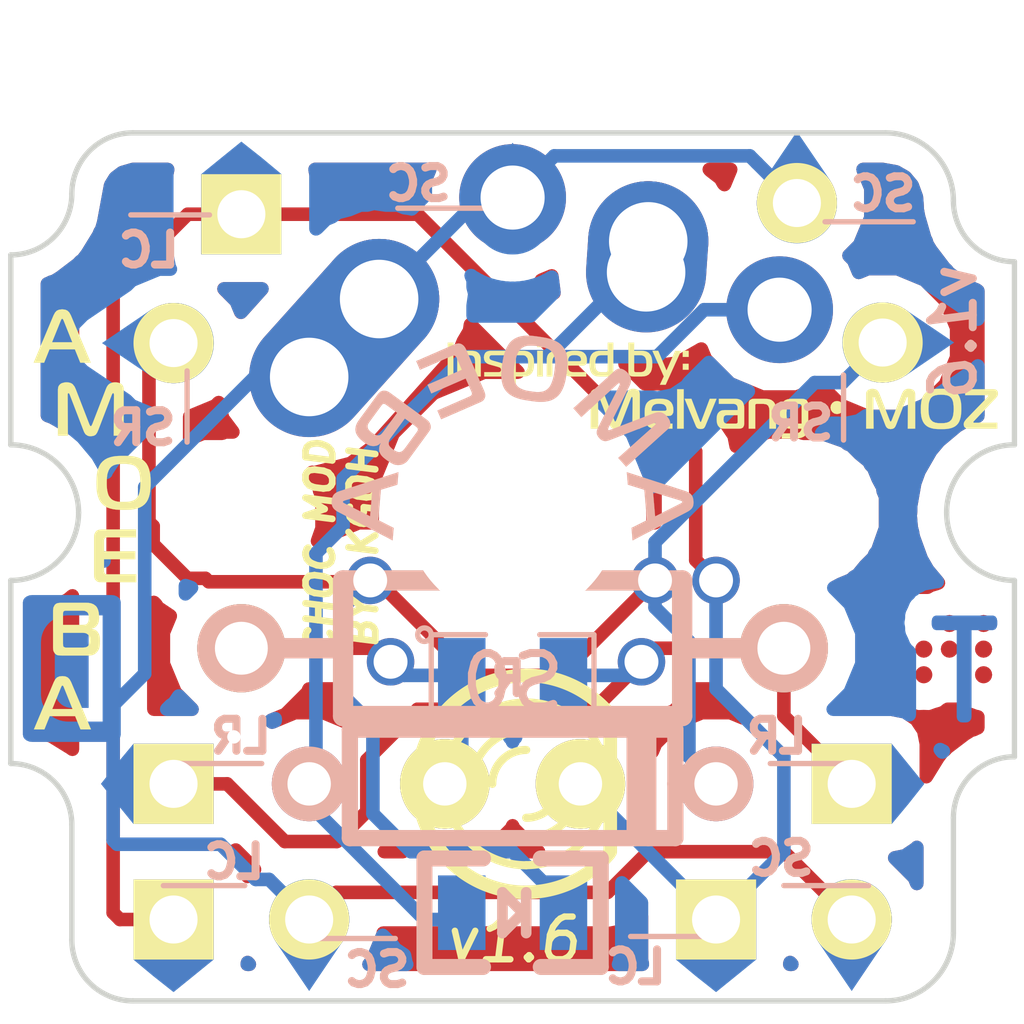
<source format=kicad_pcb>
(kicad_pcb (version 20171130) (host pcbnew 5.1.2)
  (layers (0 F.Cu signal) (31 B.Cu signal) (34 B.Paste user hide) (35 F.Paste user hide) (36 B.SilkS user) (37 F.SilkS user) (38 B.Mask user hide) (39 F.Mask user hide) (44 Edge.Cuts user))
  (net 0 "")
  (net 1 /key/LC0)
  (net 2 /key/LR0)
  (net 3 /key/SC0)
  (net 4 /key/SR0)
  (net 5 /key/led/N-LR0)
  (net 6 /key/switch/N-SD0)
  (module Keebio-Parts:MX-Alps-Choc-1U-NoLED (layer F.Cu) (at 248.92 110.49)
    (fp_text reference S0 (at 0 3.175) (layer B.SilkS) (effects (justify mirror)))
    (fp_text value MX1A)
    (pad "" np_thru_hole circle (at -5.22 4.2 48.1) (size 0.25 0.25) (drill 0.25) (layers *.Cu *.Mask))
    (pad "" np_thru_hole circle (at 5.5 0 48.1) (size 1.7 1.7) (drill 1.7) (layers *.Cu *.Mask))
    (pad "" np_thru_hole circle (at -5.5 0 48.1) (size 1.7 1.7) (drill 1.7) (layers *.Cu *.Mask))
    (pad 2 thru_hole circle (at 0 -5.9) (size 2 2) (drill 1.2) (layers *.Cu *.Mask) (net 3 /key/SC0))
    (pad 1 thru_hole circle (at 5 -3.8) (size 2 2) (drill 1.2) (layers *.Cu *.Mask) (net 6 /key/switch/N-SD0))
    (pad "" np_thru_hole circle (at 5.08 0 48.0996) (size 1.75 1.75) (drill 1.75) (layers *.Cu *.Mask))
    (pad "" np_thru_hole circle (at -5.08 0 48.0996) (size 1.75 1.75) (drill 1.75) (layers *.Cu *.Mask))
    (pad 2 thru_hole circle (at -2.5 -4) (size 2.25 2.25) (drill 1.47) (layers *.Cu *.Mask) (net 3 /key/SC0))
    (pad "" np_thru_hole circle (at 0 0) (size 3.9878 3.9878) (drill 3.9878) (layers *.Cu *.Mask))
    (pad 2 thru_hole oval (at -3.81 -2.54 48.1) (size 4.211556 2.25) (drill 1.47 (offset 0.980778 0)) (layers *.Cu *.Mask) (net 3 /key/SC0))
    (pad 1 thru_hole circle (at 2.54 -5.08) (size 2.25 2.25) (drill 1.47) (layers *.Cu *.Mask) (net 6 /key/switch/N-SD0))
    (pad 1 thru_hole oval (at 2.5 -4.5 86.1) (size 2.831378 2.25) (drill 1.47 (offset 0.290689 0)) (layers *.Cu *.Mask) (net 6 /key/switch/N-SD0))
  )
  (module RESISTOR (layer B.Cu) (at 248.92 113.03)
    (fp_text reference R0 hide)
    (fp_text value RESISTOR hide)
    (pad 1 thru_hole circle (at -5.08 0) (size 1.651 1.651) (drill 0.9906) (layers *.Cu *.SilkS *.Mask) (net 5 /key/led/N-LR0))
    (pad 2 thru_hole circle (at 5.08 0) (size 1.651 1.651) (drill 0.9906) (layers *.Cu *.SilkS *.Mask) (net 2 /key/LR0))
  )
  (module Pad (layer F.Cu) (at 243.84 104.902)
    (fp_text reference LC0:0 hide)
    (fp_text value CONN_1 hide)
    (pad 1 thru_hole rect (at 0 0) (size 1.5 1.5) (drill 0.9) (layers *.Cu *.Mask F.SilkS) (net 1 /key/LC0))
  )
  (module Pad (layer F.Cu) (at 242.57 115.57)
    (fp_text reference LR0:0 hide)
    (fp_text value CONN_1 hide)
    (pad 1 thru_hole rect (at 0 0) (size 1.5 1.5) (drill 0.9) (layers *.Cu *.Mask F.SilkS) (net 2 /key/LR0))
  )
  (module Pad (layer F.Cu) (at 241.935 107.696)
    (fp_text reference SR0:0 hide)
    (fp_text value CONN_1 hide)
    (pad 1 thru_hole circle (at 0.635 -0.381) (size 1.5 1.5) (drill 0.9) (layers *.Cu *.Mask F.SilkS) (net 4 /key/SR0))
  )
  (module Pad (layer F.Cu) (at 242.57 118.11)
    (fp_text reference LC0:1 hide)
    (fp_text value CONN_1 hide)
    (pad 1 thru_hole rect (at 0 0) (size 1.5 1.5) (drill 0.9) (layers *.Cu *.Mask F.SilkS) (net 1 /key/LC0))
  )
  (module Pad (layer F.Cu) (at 254.244 104.692)
    (fp_text reference SC0:1 hide)
    (fp_text value CONN_1 hide)
    (pad 1 thru_hole circle (at 0 0) (size 1.5 1.5) (drill 0.9) (layers *.Cu *.Mask F.SilkS) (net 3 /key/SC0))
  )
  (module Pad (layer F.Cu) (at 256.485 107.686)
    (fp_text reference SR0:1 hide)
    (fp_text value CONN_1 hide)
    (pad 1 thru_hole circle (at -0.635 -0.381) (size 1.5 1.5) (drill 0.9) (layers *.Cu *.Mask F.SilkS) (net 4 /key/SR0))
  )
  (module Pad (layer F.Cu) (at 255.27 115.57)
    (fp_text reference LR0:1 hide)
    (fp_text value CONN_1 hide)
    (pad 1 thru_hole rect (at 0 0) (size 1.5 1.5) (drill 0.9) (layers *.Cu *.Mask F.SilkS) (net 2 /key/LR0))
  )
  (module D3 (layer B.Cu) (at 248.92 115.57)
    (fp_text reference D0 hide)
    (fp_text value DIODE hide)
    (pad 2 thru_hole circle (at 3.81 0) (size 1.397 1.397) (drill 0.8128) (layers *.Cu *.Mask B.SilkS) (net 4 /key/SR0))
    (pad 1 thru_hole circle (at -3.81 0) (size 1.397 1.397) (drill 0.8128) (layers *.Cu *.Mask B.SilkS) (net 6 /key/switch/N-SD0))
  )
  (module Pad (layer F.Cu) (at 245.11 118.11)
    (fp_text reference SC0:2 hide)
    (fp_text value CONN_1 hide)
    (pad 1 thru_hole circle (at 0 0) (size 1.5 1.5) (drill 0.9) (layers *.Cu *.Mask F.SilkS) (net 3 /key/SC0))
  )
  (module Pad (layer F.Cu) (at 252.73 118.11)
    (fp_text reference LC0:2 hide)
    (fp_text value CONN_1 hide)
    (pad 1 thru_hole rect (at 0 0) (size 1.5 1.5) (drill 0.9) (layers *.Cu *.Mask F.SilkS) (net 1 /key/LC0))
  )
  (module SM0805D (layer B.Cu) (at 248.92 117.983)
    (fp_text reference D1 hide)
    (fp_text value DIODE hide)
    (pad 1 smd rect (at -0.9525 0) (size 0.889 1.397) (layers B.Cu B.Paste B.Mask) (net 6 /key/switch/N-SD0))
    (pad 2 smd rect (at 0.9525 0) (size 0.889 1.397) (layers B.Cu B.Paste B.Mask) (net 4 /key/SR0))
  )
  (module SM0805 (layer B.Cu) (at 248.92 113.538)
    (fp_text reference R1 hide)
    (fp_text value RESISTOR hide)
    (pad 1 smd rect (at -0.9525 0) (size 0.889 1.397) (layers B.Cu B.Paste B.Mask) (net 5 /key/led/N-LR0))
    (pad 2 smd rect (at 0.9525 0) (size 0.889 1.397) (layers B.Cu B.Paste B.Mask) (net 2 /key/LR0))
  )
  (module LED-3MM (layer F.Cu) (at 248.92 115.57)
    (fp_text reference LED0 hide)
    (fp_text value LED hide)
    (pad 1 thru_hole circle (at -1.27 0) (size 1.6764 1.6764) (drill 0.8128) (layers *.Cu *.Mask F.SilkS) (net 5 /key/led/N-LR0))
    (pad 2 thru_hole circle (at 1.27 0) (size 1.6764 1.6764) (drill 0.8128) (layers *.Cu *.Mask F.SilkS) (net 1 /key/LC0))
  )
  (module Pad (layer F.Cu) (at 255.27 118.11)
    (fp_text reference SC0:3 hide)
    (fp_text value CONN_1 hide)
    (pad 1 thru_hole circle (at 0 0) (size 1.5 1.5) (drill 0.9) (layers *.Cu *.Mask F.SilkS) (net 3 /key/SC0))
  )
  (module amoeba-vertical (layer F.Cu) (at 241.046 110.617)
    (fp_text reference amoeba-vertical hide)
    (fp_text value G*** hide)
  )
  (module amoeba-round-rev (layer F.Cu) (at 248.92 109.093)
    (fp_text reference amoeba-round-rev hide)
    (fp_text value G*** hide)
  )
  (module dt-logo-d-rev (layer F.Cu) (at 240.665 113.284)
    (fp_text reference dt-logo-d-rev hide)
    (fp_text value G*** hide)
    (fp_poly (pts (xy 0.313017 -0.613454) (xy 0.313017 0.863239) (xy -0.000215 0.863239) (xy -0.05385 0.858948) (xy -0.102299 0.846858) (xy -0.14742 0.827598) (xy -0.188579 0.801817) (xy -0.225143 0.770164) (xy -0.256479 0.733291) (xy -0.281954 0.691845) (xy -0.300934 0.646478) (xy -0.312787 0.597838) (xy -0.316879 0.546575) (xy -0.316879 -0.296575) (xy -0.312711 -0.347451) (xy -0.300668 -0.395126) (xy -0.28144 -0.439236) (xy -0.255717 -0.479413) (xy -0.22419 -0.515292) (xy -0.18755 -0.546509) (xy -0.146486 -0.572696) (xy -0.101689 -0.593488) (xy -0.05385 -0.608519) (xy -0.000215 -0.613454) (xy 0.313017 -0.613454)) (layer B.Cu) (width 0.00254))
    (fp_poly (pts (xy 0.739526 -1.25) (xy 0.578191 -0.870261) (xy 0.065006 -0.870261) (xy -0.065435 -0.870261) (xy -0.07273 -0.870261) (xy -0.124618 -0.86766) (xy -0.17497 -0.860024) (xy -0.223536 -0.847602) (xy -0.270066 -0.830645) (xy -0.314309 -0.809403) (xy -0.356016 -0.784125) (xy -0.394937 -0.755062) (xy -0.430822 -0.722462) (xy -0.463421 -0.686577) (xy -0.492485 -0.647656) (xy -0.517762 -0.605949) (xy -0.539005 -0.561706) (xy -0.555962 -0.515177) (xy -0.568383 -0.466611) (xy -0.576019 -0.416259) (xy -0.57862 -0.36437) (xy -0.57862 0.613941) (xy -0.576019 0.665835) (xy -0.568383 0.7162) (xy -0.555962 0.764787) (xy -0.539005 0.811344) (xy -0.517762 0.85562) (xy -0.492485 0.897363) (xy -0.463421 0.936323) (xy -0.430822 0.972248) (xy -0.394937 1.004887) (xy -0.356016 1.033989) (xy -0.314309 1.059303) (xy -0.270066 1.080578) (xy -0.223536 1.097562) (xy -0.17497 1.110005) (xy -0.124618 1.117655) (xy -0.07273 1.120261) (xy -0.065435 1.120261) (xy 0.065006 1.120261) (xy 0.578191 1.120261) (xy 0.578191 -0.870261) (xy 0.739526 -1.25) (xy 0.795224 -1.24325) (xy 0.843528 -1.224429) (xy 0.881576 -1.195682) (xy 0.906505 -1.159152) (xy 0.915451 -1.116984) (xy 0.915451 1.366555) (xy 0.906505 1.408767) (xy 0.881576 1.445404) (xy 0.843528 1.474278) (xy 0.795224 1.493205) (xy 0.739526 1.5) (xy -0.739526 1.5) (xy -0.795224 1.493205) (xy -0.843528 1.474278) (xy -0.881576 1.445404) (xy -0.906505 1.408767) (xy -0.915451 1.366555) (xy -0.915451 -1.116984) (xy -0.906505 -1.159152) (xy -0.881576 -1.195682) (xy -0.843528 -1.224429) (xy -0.795224 -1.24325) (xy -0.739526 -1.25) (xy 0.739526 -1.25)) (layer B.Cu) (width 0.00254))
  )
  (module labels-melvang-moz (layer F.Cu) (at 252.857 108.204)
    (fp_text reference labels-melvang-moz hide)
    (fp_text value G*** hide)
  )
  (module pad-arrow-round (layer B.Cu) (at 254.244 104.3999 90)
    (fp_text reference pad-arrow-round hide)
    (fp_text value G*** hide)
    (fp_poly (pts (xy -0.295451 -0.749653) (xy -0.346799 -0.747924) (xy -0.397215 -0.742813) (xy -0.446588 -0.73443) (xy -0.494805 -0.722888) (xy -0.541757 -0.708297) (xy -0.587331 -0.690768) (xy -0.631416 -0.670414) (xy -0.673901 -0.647346) (xy -0.714674 -0.621674) (xy -0.753623 -0.593511) (xy -0.790639 -0.562968) (xy -0.825608 -0.530156) (xy -0.85842 -0.495187) (xy -0.888963 -0.458172) (xy -0.917126 -0.419222) (xy -0.942797 -0.378449) (xy -0.965866 -0.335965) (xy -0.98622 -0.291879) (xy -1.003748 -0.246305) (xy -1.018339 -0.199354) (xy -1.029882 -0.151136) (xy -1.038264 -0.101764) (xy -1.043376 -0.051348) (xy -1.045104 0) (xy -1.043376 0.051348) (xy -1.038264 0.101764) (xy -1.029882 0.151136) (xy -1.018339 0.199354) (xy -1.003748 0.246306) (xy -0.98622 0.29188) (xy -0.965866 0.335965) (xy -0.942797 0.378449) (xy -0.917126 0.419222) (xy -0.888963 0.458172) (xy -0.85842 0.495187) (xy -0.825608 0.530156) (xy -0.790639 0.562968) (xy -0.753623 0.593511) (xy -0.714674 0.621674) (xy -0.673901 0.647346) (xy -0.631416 0.670414) (xy -0.587331 0.690768) (xy -0.541757 0.708297) (xy -0.494805 0.722888) (xy -0.446588 0.73443) (xy -0.397215 0.742813) (xy -0.346799 0.747924) (xy -0.295451 0.749653) (xy -0.24372 0.747823) (xy -0.193112 0.742433) (xy -0.143684 0.733635) (xy -0.095493 0.72158) (xy -0.048594 0.70642) (xy -0.003044 0.688306) (xy 0.041101 0.667388) (xy 0.083785 0.643819) (xy 0.136701 0.617361) (xy 1.045104 0) (xy 0.136701 -0.612951) (xy 0.108311 -0.630069) (xy 0.083785 -0.643819) (xy 0.040974 -0.667677) (xy -0.003139 -0.68873) (xy -0.04856 -0.706862) (xy -0.095293 -0.721957) (xy -0.143344 -0.7339) (xy -0.192717 -0.742574) (xy -0.243418 -0.747864) (xy -0.295451 -0.749653)) (layer B.Cu) (width 0.00254))
  )
  (module pad-arrow-round (layer B.Cu) (at 248.92 104.6099 90)
    (fp_text reference pad-arrow-round hide)
    (fp_text value G*** hide)
    (fp_poly (pts (xy -0.295451 -0.749653) (xy -0.346799 -0.747924) (xy -0.397215 -0.742813) (xy -0.446588 -0.73443) (xy -0.494805 -0.722888) (xy -0.541757 -0.708297) (xy -0.587331 -0.690768) (xy -0.631416 -0.670414) (xy -0.673901 -0.647346) (xy -0.714674 -0.621674) (xy -0.753623 -0.593511) (xy -0.790639 -0.562968) (xy -0.825608 -0.530156) (xy -0.85842 -0.495187) (xy -0.888963 -0.458172) (xy -0.917126 -0.419222) (xy -0.942797 -0.378449) (xy -0.965866 -0.335965) (xy -0.98622 -0.291879) (xy -1.003748 -0.246305) (xy -1.018339 -0.199354) (xy -1.029882 -0.151136) (xy -1.038264 -0.101764) (xy -1.043376 -0.051348) (xy -1.045104 0) (xy -1.043376 0.051348) (xy -1.038264 0.101764) (xy -1.029882 0.151136) (xy -1.018339 0.199354) (xy -1.003748 0.246306) (xy -0.98622 0.29188) (xy -0.965866 0.335965) (xy -0.942797 0.378449) (xy -0.917126 0.419222) (xy -0.888963 0.458172) (xy -0.85842 0.495187) (xy -0.825608 0.530156) (xy -0.790639 0.562968) (xy -0.753623 0.593511) (xy -0.714674 0.621674) (xy -0.673901 0.647346) (xy -0.631416 0.670414) (xy -0.587331 0.690768) (xy -0.541757 0.708297) (xy -0.494805 0.722888) (xy -0.446588 0.73443) (xy -0.397215 0.742813) (xy -0.346799 0.747924) (xy -0.295451 0.749653) (xy -0.24372 0.747823) (xy -0.193112 0.742433) (xy -0.143684 0.733635) (xy -0.095493 0.72158) (xy -0.048594 0.70642) (xy -0.003044 0.688306) (xy 0.041101 0.667388) (xy 0.083785 0.643819) (xy 0.136701 0.617361) (xy 1.045104 0) (xy 0.136701 -0.612951) (xy 0.108311 -0.630069) (xy 0.083785 -0.643819) (xy 0.040974 -0.667677) (xy -0.003139 -0.68873) (xy -0.04856 -0.706862) (xy -0.095293 -0.721957) (xy -0.143344 -0.7339) (xy -0.192717 -0.742574) (xy -0.243418 -0.747864) (xy -0.295451 -0.749653)) (layer B.Cu) (width 0.00254))
  )
  (module pad-arrow-square (layer B.Cu) (at 243.84 104.5972 90)
    (fp_text reference pad-arrow-square hide)
    (fp_text value G*** hide)
    (fp_poly (pts (xy -1.053924 -0.749653) (xy -1.053924 0.749653) (xy 0.445382 0.749653) (xy 0.754063 0.379236) (xy 1.053924 0) (xy 0.754063 -0.370417) (xy 0.445382 -0.749653) (xy -1.053924 -0.749653)) (layer B.Cu) (width 0.00254))
  )
  (module pad-arrow-round (layer B.Cu) (at 242.2779 107.315 180)
    (fp_text reference pad-arrow-round hide)
    (fp_text value G*** hide)
    (fp_poly (pts (xy -0.295451 -0.749653) (xy -0.346799 -0.747924) (xy -0.397215 -0.742813) (xy -0.446588 -0.73443) (xy -0.494805 -0.722888) (xy -0.541757 -0.708297) (xy -0.587331 -0.690768) (xy -0.631416 -0.670414) (xy -0.673901 -0.647346) (xy -0.714674 -0.621674) (xy -0.753623 -0.593511) (xy -0.790639 -0.562968) (xy -0.825608 -0.530156) (xy -0.85842 -0.495187) (xy -0.888963 -0.458172) (xy -0.917126 -0.419222) (xy -0.942797 -0.378449) (xy -0.965866 -0.335965) (xy -0.98622 -0.291879) (xy -1.003748 -0.246305) (xy -1.018339 -0.199354) (xy -1.029882 -0.151136) (xy -1.038264 -0.101764) (xy -1.043376 -0.051348) (xy -1.045104 0) (xy -1.043376 0.051348) (xy -1.038264 0.101764) (xy -1.029882 0.151136) (xy -1.018339 0.199354) (xy -1.003748 0.246306) (xy -0.98622 0.29188) (xy -0.965866 0.335965) (xy -0.942797 0.378449) (xy -0.917126 0.419222) (xy -0.888963 0.458172) (xy -0.85842 0.495187) (xy -0.825608 0.530156) (xy -0.790639 0.562968) (xy -0.753623 0.593511) (xy -0.714674 0.621674) (xy -0.673901 0.647346) (xy -0.631416 0.670414) (xy -0.587331 0.690768) (xy -0.541757 0.708297) (xy -0.494805 0.722888) (xy -0.446588 0.73443) (xy -0.397215 0.742813) (xy -0.346799 0.747924) (xy -0.295451 0.749653) (xy -0.24372 0.747823) (xy -0.193112 0.742433) (xy -0.143684 0.733635) (xy -0.095493 0.72158) (xy -0.048594 0.70642) (xy -0.003044 0.688306) (xy 0.041101 0.667388) (xy 0.083785 0.643819) (xy 0.136701 0.617361) (xy 1.045104 0) (xy 0.136701 -0.612951) (xy 0.108311 -0.630069) (xy 0.083785 -0.643819) (xy 0.040974 -0.667677) (xy -0.003139 -0.68873) (xy -0.04856 -0.706862) (xy -0.095293 -0.721957) (xy -0.143344 -0.7339) (xy -0.192717 -0.742574) (xy -0.243418 -0.747864) (xy -0.295451 -0.749653)) (layer B.Cu) (width 0.00254))
  )
  (module pad-arrow-square (layer B.Cu) (at 242.2652 115.57 180)
    (fp_text reference pad-arrow-square hide)
    (fp_text value G*** hide)
    (fp_poly (pts (xy -1.053924 -0.749653) (xy -1.053924 0.749653) (xy 0.445382 0.749653) (xy 0.754063 0.379236) (xy 1.053924 0) (xy 0.754063 -0.370417) (xy 0.445382 -0.749653) (xy -1.053924 -0.749653)) (layer B.Cu) (width 0.00254))
  )
  (module pad-arrow-square (layer B.Cu) (at 242.57 118.4148 270)
    (fp_text reference pad-arrow-square hide)
    (fp_text value G*** hide)
    (fp_poly (pts (xy -1.053924 -0.749653) (xy -1.053924 0.749653) (xy 0.445382 0.749653) (xy 0.754063 0.379236) (xy 1.053924 0) (xy 0.754063 -0.370417) (xy 0.445382 -0.749653) (xy -1.053924 -0.749653)) (layer B.Cu) (width 0.00254))
  )
  (module pad-arrow-round (layer B.Cu) (at 245.11 118.4021 270)
    (fp_text reference pad-arrow-round hide)
    (fp_text value G*** hide)
    (fp_poly (pts (xy -0.295451 -0.749653) (xy -0.346799 -0.747924) (xy -0.397215 -0.742813) (xy -0.446588 -0.73443) (xy -0.494805 -0.722888) (xy -0.541757 -0.708297) (xy -0.587331 -0.690768) (xy -0.631416 -0.670414) (xy -0.673901 -0.647346) (xy -0.714674 -0.621674) (xy -0.753623 -0.593511) (xy -0.790639 -0.562968) (xy -0.825608 -0.530156) (xy -0.85842 -0.495187) (xy -0.888963 -0.458172) (xy -0.917126 -0.419222) (xy -0.942797 -0.378449) (xy -0.965866 -0.335965) (xy -0.98622 -0.291879) (xy -1.003748 -0.246305) (xy -1.018339 -0.199354) (xy -1.029882 -0.151136) (xy -1.038264 -0.101764) (xy -1.043376 -0.051348) (xy -1.045104 0) (xy -1.043376 0.051348) (xy -1.038264 0.101764) (xy -1.029882 0.151136) (xy -1.018339 0.199354) (xy -1.003748 0.246306) (xy -0.98622 0.29188) (xy -0.965866 0.335965) (xy -0.942797 0.378449) (xy -0.917126 0.419222) (xy -0.888963 0.458172) (xy -0.85842 0.495187) (xy -0.825608 0.530156) (xy -0.790639 0.562968) (xy -0.753623 0.593511) (xy -0.714674 0.621674) (xy -0.673901 0.647346) (xy -0.631416 0.670414) (xy -0.587331 0.690768) (xy -0.541757 0.708297) (xy -0.494805 0.722888) (xy -0.446588 0.73443) (xy -0.397215 0.742813) (xy -0.346799 0.747924) (xy -0.295451 0.749653) (xy -0.24372 0.747823) (xy -0.193112 0.742433) (xy -0.143684 0.733635) (xy -0.095493 0.72158) (xy -0.048594 0.70642) (xy -0.003044 0.688306) (xy 0.041101 0.667388) (xy 0.083785 0.643819) (xy 0.136701 0.617361) (xy 1.045104 0) (xy 0.136701 -0.612951) (xy 0.108311 -0.630069) (xy 0.083785 -0.643819) (xy 0.040974 -0.667677) (xy -0.003139 -0.68873) (xy -0.04856 -0.706862) (xy -0.095293 -0.721957) (xy -0.143344 -0.7339) (xy -0.192717 -0.742574) (xy -0.243418 -0.747864) (xy -0.295451 -0.749653)) (layer B.Cu) (width 0.00254))
  )
  (module pad-arrow-square (layer B.Cu) (at 252.73 118.4148 270)
    (fp_text reference pad-arrow-square hide)
    (fp_text value G*** hide)
    (fp_poly (pts (xy -1.053924 -0.749653) (xy -1.053924 0.749653) (xy 0.445382 0.749653) (xy 0.754063 0.379236) (xy 1.053924 0) (xy 0.754063 -0.370417) (xy 0.445382 -0.749653) (xy -1.053924 -0.749653)) (layer B.Cu) (width 0.00254))
  )
  (module pad-arrow-round (layer B.Cu) (at 255.27 118.4021 270)
    (fp_text reference pad-arrow-round hide)
    (fp_text value G*** hide)
    (fp_poly (pts (xy -0.295451 -0.749653) (xy -0.346799 -0.747924) (xy -0.397215 -0.742813) (xy -0.446588 -0.73443) (xy -0.494805 -0.722888) (xy -0.541757 -0.708297) (xy -0.587331 -0.690768) (xy -0.631416 -0.670414) (xy -0.673901 -0.647346) (xy -0.714674 -0.621674) (xy -0.753623 -0.593511) (xy -0.790639 -0.562968) (xy -0.825608 -0.530156) (xy -0.85842 -0.495187) (xy -0.888963 -0.458172) (xy -0.917126 -0.419222) (xy -0.942797 -0.378449) (xy -0.965866 -0.335965) (xy -0.98622 -0.291879) (xy -1.003748 -0.246305) (xy -1.018339 -0.199354) (xy -1.029882 -0.151136) (xy -1.038264 -0.101764) (xy -1.043376 -0.051348) (xy -1.045104 0) (xy -1.043376 0.051348) (xy -1.038264 0.101764) (xy -1.029882 0.151136) (xy -1.018339 0.199354) (xy -1.003748 0.246306) (xy -0.98622 0.29188) (xy -0.965866 0.335965) (xy -0.942797 0.378449) (xy -0.917126 0.419222) (xy -0.888963 0.458172) (xy -0.85842 0.495187) (xy -0.825608 0.530156) (xy -0.790639 0.562968) (xy -0.753623 0.593511) (xy -0.714674 0.621674) (xy -0.673901 0.647346) (xy -0.631416 0.670414) (xy -0.587331 0.690768) (xy -0.541757 0.708297) (xy -0.494805 0.722888) (xy -0.446588 0.73443) (xy -0.397215 0.742813) (xy -0.346799 0.747924) (xy -0.295451 0.749653) (xy -0.24372 0.747823) (xy -0.193112 0.742433) (xy -0.143684 0.733635) (xy -0.095493 0.72158) (xy -0.048594 0.70642) (xy -0.003044 0.688306) (xy 0.041101 0.667388) (xy 0.083785 0.643819) (xy 0.136701 0.617361) (xy 1.045104 0) (xy 0.136701 -0.612951) (xy 0.108311 -0.630069) (xy 0.083785 -0.643819) (xy 0.040974 -0.667677) (xy -0.003139 -0.68873) (xy -0.04856 -0.706862) (xy -0.095293 -0.721957) (xy -0.143344 -0.7339) (xy -0.192717 -0.742574) (xy -0.243418 -0.747864) (xy -0.295451 -0.749653)) (layer B.Cu) (width 0.00254))
  )
  (module pad-arrow-square (layer B.Cu) (at 255.5748 115.57)
    (fp_text reference pad-arrow-square hide)
    (fp_text value G*** hide)
    (fp_poly (pts (xy -1.053924 -0.749653) (xy -1.053924 0.749653) (xy 0.445382 0.749653) (xy 0.754063 0.379236) (xy 1.053924 0) (xy 0.754063 -0.370417) (xy 0.445382 -0.749653) (xy -1.053924 -0.749653)) (layer B.Cu) (width 0.00254))
  )
  (module pad-arrow-round (layer B.Cu) (at 256.1421 107.305)
    (fp_text reference pad-arrow-round hide)
    (fp_text value G*** hide)
    (fp_poly (pts (xy -0.295451 -0.749653) (xy -0.346799 -0.747924) (xy -0.397215 -0.742813) (xy -0.446588 -0.73443) (xy -0.494805 -0.722888) (xy -0.541757 -0.708297) (xy -0.587331 -0.690768) (xy -0.631416 -0.670414) (xy -0.673901 -0.647346) (xy -0.714674 -0.621674) (xy -0.753623 -0.593511) (xy -0.790639 -0.562968) (xy -0.825608 -0.530156) (xy -0.85842 -0.495187) (xy -0.888963 -0.458172) (xy -0.917126 -0.419222) (xy -0.942797 -0.378449) (xy -0.965866 -0.335965) (xy -0.98622 -0.291879) (xy -1.003748 -0.246305) (xy -1.018339 -0.199354) (xy -1.029882 -0.151136) (xy -1.038264 -0.101764) (xy -1.043376 -0.051348) (xy -1.045104 0) (xy -1.043376 0.051348) (xy -1.038264 0.101764) (xy -1.029882 0.151136) (xy -1.018339 0.199354) (xy -1.003748 0.246306) (xy -0.98622 0.29188) (xy -0.965866 0.335965) (xy -0.942797 0.378449) (xy -0.917126 0.419222) (xy -0.888963 0.458172) (xy -0.85842 0.495187) (xy -0.825608 0.530156) (xy -0.790639 0.562968) (xy -0.753623 0.593511) (xy -0.714674 0.621674) (xy -0.673901 0.647346) (xy -0.631416 0.670414) (xy -0.587331 0.690768) (xy -0.541757 0.708297) (xy -0.494805 0.722888) (xy -0.446588 0.73443) (xy -0.397215 0.742813) (xy -0.346799 0.747924) (xy -0.295451 0.749653) (xy -0.24372 0.747823) (xy -0.193112 0.742433) (xy -0.143684 0.733635) (xy -0.095493 0.72158) (xy -0.048594 0.70642) (xy -0.003044 0.688306) (xy 0.041101 0.667388) (xy 0.083785 0.643819) (xy 0.136701 0.617361) (xy 1.045104 0) (xy 0.136701 -0.612951) (xy 0.108311 -0.630069) (xy 0.083785 -0.643819) (xy 0.040974 -0.667677) (xy -0.003139 -0.68873) (xy -0.04856 -0.706862) (xy -0.095293 -0.721957) (xy -0.143344 -0.7339) (xy -0.192717 -0.742574) (xy -0.243418 -0.747864) (xy -0.295451 -0.749653)) (layer B.Cu) (width 0.00254))
  )
  (module dt-logo-t-rev (layer F.Cu) (at 257.429 113.3475)
    (fp_text reference dt-logo-t-rev hide)
    (fp_text value G*** hide)
    (fp_poly (pts (xy 0.48749 -0.929484) (xy 0.527969 -0.914902) (xy 0.556764 -0.876578) (xy 0.567728 -0.822642) (xy 0.567728 -0.764716) (xy 0.556764 -0.710781) (xy 0.527969 -0.672456) (xy 0.48749 -0.657874) (xy 0.08458 -0.657874) (xy 0.08458 0.9705) (xy 0.076643 1.00998) (xy 0.054977 1.042161) (xy 0.022796 1.063827) (xy -0.016684 1.071764) (xy -0.089199 1.071764) (xy -0.12868 1.063827) (xy -0.160861 1.042161) (xy -0.182527 1.00998) (xy -0.190463 0.9705) (xy -0.190463 -0.657874) (xy -0.580501 -0.657874) (xy -0.62098 -0.672456) (xy -0.649775 -0.710781) (xy -0.660739 -0.764716) (xy -0.660739 -0.822642) (xy -0.649775 -0.876578) (xy -0.62098 -0.914902) (xy -0.580501 -0.929484) (xy 0.48749 -0.929484)) (layer B.Cu) (width 0.00254))
  )
  (module mtl-braille (layer F.Cu) (at 256.54 112.9665)
    (fp_text reference mtl-braille hide)
    (fp_text value G*** hide)
    (fp_poly (pts (xy -0.88 -0.399996) (xy -0.888157 -0.349425) (xy -0.910871 -0.305503) (xy -0.945507 -0.270867) (xy -0.989428 -0.248153) (xy -1.04 -0.239996) (xy -1.090573 -0.248153) (xy -1.134494 -0.270867) (xy -1.16913 -0.305503) (xy -1.191844 -0.349425) (xy -1.2 -0.399996) (xy -1.191844 -0.450569) (xy -1.16913 -0.494491) (xy -1.134494 -0.529126) (xy -1.090573 -0.55184) (xy -1.04 -0.559997) (xy -0.989428 -0.55184) (xy -0.945507 -0.529126) (xy -0.910871 -0.494491) (xy -0.888157 -0.450569) (xy -0.88 -0.399996)) (layer F.Cu) (width 0.00254))
    (fp_poly (pts (xy -0.88 0.560002) (xy -0.888157 0.610574) (xy -0.910871 0.654496) (xy -0.945507 0.689131) (xy -0.989428 0.711845) (xy -1.04 0.720003) (xy -1.090573 0.711845) (xy -1.134494 0.689131) (xy -1.16913 0.654496) (xy -1.191844 0.610574) (xy -1.2 0.560002) (xy -1.191844 0.509429) (xy -1.16913 0.465508) (xy -1.134494 0.430873) (xy -1.090573 0.408159) (xy -1.04 0.400002) (xy -0.989428 0.408159) (xy -0.945507 0.430873) (xy -0.910871 0.465508) (xy -0.888157 0.509429) (xy -0.88 0.560002)) (layer F.Cu) (width 0.00254))
    (fp_poly (pts (xy -0.400003 -0.399996) (xy -0.40816 -0.349425) (xy -0.430874 -0.305503) (xy -0.465509 -0.270867) (xy -0.50943 -0.248153) (xy -0.560003 -0.239996) (xy -0.610575 -0.248153) (xy -0.654496 -0.270867) (xy -0.689132 -0.305503) (xy -0.711846 -0.349425) (xy -0.720003 -0.399996) (xy -0.711846 -0.450569) (xy -0.689132 -0.494491) (xy -0.654496 -0.529126) (xy -0.610575 -0.55184) (xy -0.560003 -0.559997) (xy -0.50943 -0.55184) (xy -0.465509 -0.529126) (xy -0.430874 -0.494491) (xy -0.40816 -0.450569) (xy -0.400003 -0.399996)) (layer F.Cu) (width 0.00254))
    (fp_poly (pts (xy 0.239998 0.080004) (xy 0.231841 0.130576) (xy 0.209128 0.174498) (xy 0.174492 0.209133) (xy 0.130571 0.231847) (xy 0.079998 0.240005) (xy 0.029426 0.231847) (xy -0.014495 0.209133) (xy -0.049131 0.174498) (xy -0.071845 0.130576) (xy -0.080002 0.080004) (xy -0.071845 0.029432) (xy -0.049131 -0.01449) (xy -0.014495 -0.049125) (xy 0.029426 -0.071839) (xy 0.079998 -0.079996) (xy 0.130571 -0.071839) (xy 0.174492 -0.049125) (xy 0.209128 -0.01449) (xy 0.231841 0.029432) (xy 0.239998 0.080004)) (layer F.Cu) (width 0.00254))
    (fp_poly (pts (xy 0.239998 0.560002) (xy 0.231841 0.610574) (xy 0.209128 0.654496) (xy 0.174492 0.689131) (xy 0.130571 0.711845) (xy 0.079998 0.720003) (xy 0.029426 0.711845) (xy -0.014495 0.689131) (xy -0.049131 0.654496) (xy -0.071845 0.610574) (xy -0.080002 0.560002) (xy -0.071845 0.509429) (xy -0.049131 0.465508) (xy -0.014495 0.430873) (xy 0.029426 0.408159) (xy 0.079998 0.400002) (xy 0.130571 0.408159) (xy 0.174492 0.430873) (xy 0.209128 0.465508) (xy 0.231841 0.509429) (xy 0.239998 0.560002)) (layer F.Cu) (width 0.00254))
    (fp_poly (pts (xy 0.719999 -0.399996) (xy 0.711842 -0.349425) (xy 0.689128 -0.305503) (xy 0.654493 -0.270867) (xy 0.610571 -0.248153) (xy 0.559999 -0.239996) (xy 0.509427 -0.248153) (xy 0.465505 -0.270867) (xy 0.43087 -0.305503) (xy 0.408155 -0.349425) (xy 0.399998 -0.399996) (xy 0.408155 -0.450569) (xy 0.43087 -0.494491) (xy 0.465505 -0.529126) (xy 0.509427 -0.55184) (xy 0.559999 -0.559997) (xy 0.610571 -0.55184) (xy 0.654493 -0.529126) (xy 0.689128 -0.494491) (xy 0.711842 -0.450569) (xy 0.719999 -0.399996)) (layer F.Cu) (width 0.00254))
    (fp_poly (pts (xy 0.719999 0.080004) (xy 0.711842 0.130576) (xy 0.689128 0.174498) (xy 0.654493 0.209133) (xy 0.610571 0.231847) (xy 0.559999 0.240005) (xy 0.509427 0.231847) (xy 0.465505 0.209133) (xy 0.43087 0.174498) (xy 0.408155 0.130576) (xy 0.399998 0.080004) (xy 0.408155 0.029432) (xy 0.43087 -0.01449) (xy 0.465505 -0.049125) (xy 0.509427 -0.071839) (xy 0.559999 -0.079996) (xy 0.610571 -0.071839) (xy 0.654493 -0.049125) (xy 0.689128 -0.01449) (xy 0.711842 0.029432) (xy 0.719999 0.080004)) (layer F.Cu) (width 0.00254))
    (fp_poly (pts (xy 1.36 -0.399996) (xy 1.351843 -0.349425) (xy 1.329129 -0.305503) (xy 1.294494 -0.270867) (xy 1.250572 -0.248153) (xy 1.2 -0.239996) (xy 1.149428 -0.248153) (xy 1.105506 -0.270867) (xy 1.070871 -0.305503) (xy 1.048156 -0.349425) (xy 1.039999 -0.399996) (xy 1.048156 -0.450569) (xy 1.070871 -0.494491) (xy 1.105506 -0.529126) (xy 1.149428 -0.55184) (xy 1.2 -0.559997) (xy 1.250572 -0.55184) (xy 1.294494 -0.529126) (xy 1.329129 -0.494491) (xy 1.351843 -0.450569) (xy 1.36 -0.399996)) (layer F.Cu) (width 0.00254))
    (fp_poly (pts (xy 1.36 0.080004) (xy 1.351843 0.130576) (xy 1.329129 0.174498) (xy 1.294494 0.209133) (xy 1.250572 0.231847) (xy 1.2 0.240005) (xy 1.149428 0.231847) (xy 1.105506 0.209133) (xy 1.070871 0.174498) (xy 1.048156 0.130576) (xy 1.039999 0.080004) (xy 1.048156 0.029432) (xy 1.070871 -0.01449) (xy 1.105506 -0.049125) (xy 1.149428 -0.071839) (xy 1.2 -0.079996) (xy 1.250572 -0.071839) (xy 1.294494 -0.049125) (xy 1.329129 -0.01449) (xy 1.351843 0.029432) (xy 1.36 0.080004)) (layer F.Cu) (width 0.00254))
    (fp_poly (pts (xy 1.36 0.560002) (xy 1.351843 0.610574) (xy 1.329129 0.654496) (xy 1.294494 0.689131) (xy 1.250572 0.711845) (xy 1.2 0.720003) (xy 1.149428 0.711845) (xy 1.105506 0.689131) (xy 1.070871 0.654496) (xy 1.048156 0.610574) (xy 1.039999 0.560002) (xy 1.048156 0.509429) (xy 1.070871 0.465508) (xy 1.105506 0.430873) (xy 1.149428 0.408159) (xy 1.2 0.400002) (xy 1.250572 0.408159) (xy 1.294494 0.430873) (xy 1.329129 0.465508) (xy 1.351843 0.509429) (xy 1.36 0.560002)) (layer F.Cu) (width 0.00254))
  )
  (gr_text "CHOC MOD\nBY  KGOH" (at 245.72 111.14 90) (layer F.SilkS) (effects (font (size 0.5 0.5) (thickness 0.125) italic)))
  (gr_line (start 258.318 105.791) (end 258.318 109.22) (angle 90) (layer Edge.Cuts) (width 0.1))
  (gr_line (start 239.522 105.664) (end 239.522 109.22) (angle 90) (layer Edge.Cuts) (width 0.1))
  (gr_text SC (at 256.54 104.521) (layer B.SilkS) (effects (font (size 0.6 0.6)) (justify left mirror)))
  (gr_line (start 256.42189 105.04297) (end 254.77089 105.04297) (angle 90) (layer B.SilkS) (width 0.1))
  (gr_line (start 242.697 115.189) (end 244.221 115.189) (angle 90) (layer B.SilkS) (width 0.1))
  (gr_text R (at 249.2375 113.6015) (layer B.SilkS) (effects (font (size 0.6 0.6)) (justify left mirror)))
  (gr_line (start 242.824 109.1692) (end 242.824 107.8357) (angle 90) (layer B.SilkS) (width 0.1))
  (gr_line (start 241.7699 104.9147) (end 243.2431 104.9147) (angle 90) (layer B.SilkS) (width 0.1))
  (gr_line (start 255.1176 109.1311) (end 255.1176 107.9119) (angle 90) (layer B.SilkS) (width 0.1))
  (gr_line (start 239.522 111.76) (end 239.522 115.189) (angle 90) (layer Edge.Cuts) (width 0.1))
  (gr_arc (start 239.522 110.49) (end 240.792 110.49) (angle 90) (layer Edge.Cuts) (width 0.1))
  (gr_arc (start 239.522 110.49) (end 239.522 109.22) (angle 90) (layer Edge.Cuts) (width 0.1))
  (gr_line (start 258.318 115.062) (end 258.318 111.76) (angle 90) (layer Edge.Cuts) (width 0.1))
  (gr_arc (start 258.318 110.49) (end 258.318 111.76) (angle 90) (layer Edge.Cuts) (width 0.1))
  (gr_arc (start 258.318 110.49) (end 257.048 110.49) (angle 90) (layer Edge.Cuts) (width 0.1))
  (gr_line (start 255.143 115.189) (end 253.746 115.189) (angle 90) (layer B.SilkS) (width 0.1))
  (gr_line (start 246.7229 118.4656) (end 245.2624 118.4656) (angle 90) (layer B.SilkS) (width 0.1))
  (gr_line (start 251.1298 118.4275) (end 252.4633 118.4275) (angle 90) (layer B.SilkS) (width 0.1))
  (gr_line (start 241.808 103.378) (end 255.905 103.378) (angle 90) (layer Edge.Cuts) (width 0.1))
  (gr_arc (start 239.522 104.521) (end 240.665 104.521) (angle 90) (layer Edge.Cuts) (width 0.1))
  (gr_arc (start 241.808 104.521) (end 240.665 104.521) (angle 90) (layer Edge.Cuts) (width 0.1))
  (gr_line (start 241.808 119.634) (end 255.905 119.634) (angle 90) (layer Edge.Cuts) (width 0.1))
  (gr_arc (start 239.522 116.332) (end 239.522 115.189) (angle 90) (layer Edge.Cuts) (width 0.1))
  (gr_line (start 240.665 116.332) (end 240.665 118.491) (angle 90) (layer Edge.Cuts) (width 0.1))
  (gr_text v1.6 (at 257.175 107.061 90) (layer B.SilkS) (effects (font (size 0.8 0.8) (thickness 0.15) italic) (justify mirror)))
  (gr_text v1.6 (at 248.92 118.491) (layer F.SilkS) (effects (font (size 0.8 0.8) (thickness 0.12) italic)))
  (gr_line (start 248.42089 104.78897) (end 246.76989 104.78897) (angle 90) (layer B.SilkS) (width 0.1))
  (gr_line (start 255.5875 117.475) (end 254 117.475) (angle 90) (layer B.SilkS) (width 0.1))
  (gr_line (start 242.3795 117.475) (end 243.9035 117.475) (angle 90) (layer B.SilkS) (width 0.1))
  (gr_text SR (at 242.6843 108.9025) (layer B.SilkS) (effects (font (size 0.6 0.6)) (justify left mirror)))
  (gr_text SC (at 247.8405 104.3305) (layer B.SilkS) (effects (font (size 0.6 0.6)) (justify left mirror)))
  (gr_text SC (at 254.635 116.967) (layer B.SilkS) (effects (font (size 0.6 0.6)) (justify left mirror)))
  (gr_text LC (at 251.8664 118.999) (layer B.SilkS) (effects (font (size 0.6 0.6)) (justify left mirror)))
  (gr_text LC (at 244.348 117.0305) (layer B.SilkS) (effects (font (size 0.6 0.6)) (justify left mirror)))
  (gr_text LR (at 254.508 114.681) (layer B.SilkS) (effects (font (size 0.6 0.6)) (justify left mirror)))
  (gr_text SR (at 255.0033 108.8136) (layer B.SilkS) (effects (font (size 0.6 0.6)) (justify left mirror)))
  (gr_text SC (at 247.0658 119.0498) (layer B.SilkS) (effects (font (size 0.6 0.6)) (justify left mirror)))
  (gr_text LC (at 242.7478 105.5751) (layer B.SilkS) (effects (font (size 0.6 0.6)) (justify left mirror)))
  (gr_text LR (at 244.475 114.681) (layer B.SilkS) (effects (font (size 0.6 0.6)) (justify left mirror)))
  (gr_arc (start 258.318 104.648) (end 257.175 104.648) (angle -90) (layer Edge.Cuts) (width 0.1))
  (gr_arc (start 255.905 104.648) (end 257.175 104.648) (angle -90) (layer Edge.Cuts) (width 0.1))
  (gr_arc (start 255.905 118.364) (end 257.175 118.364) (angle 90) (layer Edge.Cuts) (width 0.1))
  (gr_arc (start 258.318 116.205) (end 257.175 116.205) (angle 90) (layer Edge.Cuts) (width 0.1))
  (gr_line (start 257.175 118.364) (end 257.175 116.205) (angle 90) (layer Edge.Cuts) (width 0.1))
  (gr_arc (start 241.808 118.491) (end 240.665 118.491) (angle -90) (layer Edge.Cuts) (width 0.1))
  (segment (start 254 115.062) (end 254 116.84) (width 0.254) (layer B.Cu) (net 1))
  (segment (start 252.730002 113.792002) (end 254 115.062) (width 0.254) (layer B.Cu) (net 1))
  (segment (start 251.841 108.839) (end 251.079 108.839) (width 0.254) (layer F.Cu) (net 1))
  (segment (start 252.349 109.347) (end 251.841 108.839) (width 0.254) (layer F.Cu) (net 1))
  (segment (start 252.73 111.76) (end 252.349 111.379) (width 0.254) (layer F.Cu) (net 1))
  (segment (start 247.142 104.902) (end 251.079 108.839) (width 0.254) (layer F.Cu) (net 1))
  (segment (start 243.84 104.902) (end 247.142 104.902) (width 0.254) (layer F.Cu) (net 1))
  (via (at 252.73 111.76) (size 0.889) (layers F.Cu B.Cu) (net 1))
  (segment (start 252.73 111.76) (end 252.730002 111.760002) (width 0.254) (layer B.Cu) (net 1))
  (segment (start 252.730002 111.760002) (end 252.730002 113.792002) (width 0.254) (layer B.Cu) (net 1))
  (segment (start 252.349 111.379) (end 252.349 109.347) (width 0.254) (layer F.Cu) (net 1))
  (segment (start 254 116.84) (end 252.73 118.11) (width 0.254) (layer B.Cu) (net 1))
  (segment (start 250.19 115.57) (end 252.73 118.11) (width 0.254) (layer B.Cu) (net 1))
  (segment (start 242.836 104.902) (end 243.84 104.902) (width 0.254) (layer F.Cu) (net 1))
  (segment (start 241.438999 106.299001) (end 242.836 104.902) (width 0.254) (layer F.Cu) (net 1))
  (segment (start 241.438999 117.982999) (end 241.438999 106.299001) (width 0.254) (layer F.Cu) (net 1))
  (segment (start 241.566 118.11) (end 241.438999 117.982999) (width 0.254) (layer F.Cu) (net 1))
  (segment (start 242.57 118.11) (end 241.566 118.11) (width 0.254) (layer F.Cu) (net 1))
  (segment (start 254 113.03) (end 254 114.3) (width 0.254) (layer F.Cu) (net 2))
  (segment (start 254 114.3) (end 255.27 115.57) (width 0.254) (layer F.Cu) (net 2))
  (segment (start 242.57 115.57) (end 243.205 115.57) (width 0.254) (layer F.Cu) (net 2))
  (segment (start 254 113.03) (end 251.587 113.03) (width 0.254) (layer F.Cu) (net 2))
  (segment (start 251.587 113.03) (end 251.333 113.284) (width 0.254) (layer F.Cu) (net 2))
  (segment (start 249.8725 113.538) (end 251.079 113.538) (width 0.254) (layer B.Cu) (net 2))
  (segment (start 251.079 113.538) (end 251.333 113.284) (width 0.254) (layer B.Cu) (net 2))
  (via (at 251.333 113.284) (size 0.889) (layers F.Cu B.Cu) (net 2))
  (segment (start 250.444 114.173) (end 251.333 113.284) (width 0.254) (layer F.Cu) (net 2))
  (segment (start 243.574 115.57) (end 242.57 115.57) (width 0.254) (layer F.Cu) (net 2))
  (segment (start 244.653501 116.649501) (end 243.574 115.57) (width 0.254) (layer F.Cu) (net 2))
  (segment (start 246.189501 116.088161) (end 245.628161 116.649501) (width 0.254) (layer F.Cu) (net 2))
  (segment (start 246.189501 115.123499) (end 246.189501 116.088161) (width 0.254) (layer F.Cu) (net 2))
  (segment (start 245.628161 116.649501) (end 244.653501 116.649501) (width 0.254) (layer F.Cu) (net 2))
  (segment (start 247.14 114.173) (end 246.189501 115.123499) (width 0.254) (layer F.Cu) (net 2))
  (segment (start 247.14 114.173) (end 250.444 114.173) (width 0.254) (layer F.Cu) (net 2))
  (segment (start 248.92 104.902) (end 248.008 104.902) (width 0.254) (layer B.Cu) (net 3))
  (segment (start 248.008 104.902) (end 246.42 106.49) (width 0.254) (layer B.Cu) (net 3))
  (segment (start 244.475 107.95) (end 245.11 107.95) (width 0.254) (layer B.Cu) (net 3))
  (segment (start 245.11 107.95) (end 244.094 107.95) (width 0.254) (layer B.Cu) (net 3))
  (segment (start 244.094 107.95) (end 242.03 110.014) (width 0.254) (layer B.Cu) (net 3))
  (segment (start 242.03 110.014) (end 242.03 113.506) (width 0.254) (layer B.Cu) (net 3))
  (segment (start 253.494001 103.942001) (end 254.244 104.692) (width 0.254) (layer B.Cu) (net 3))
  (segment (start 253.36101 103.80901) (end 253.494001 103.942001) (width 0.254) (layer B.Cu) (net 3))
  (segment (start 249.70099 103.80901) (end 253.36101 103.80901) (width 0.254) (layer B.Cu) (net 3))
  (segment (start 248.92 104.59) (end 249.70099 103.80901) (width 0.254) (layer B.Cu) (net 3))
  (segment (start 241.438999 114.097001) (end 242.03 113.506) (width 0.254) (layer B.Cu) (net 3))
  (segment (start 241.438999 116.624801) (end 241.438999 114.097001) (width 0.254) (layer B.Cu) (net 3))
  (segment (start 241.515199 116.701001) (end 241.438999 116.624801) (width 0.254) (layer B.Cu) (net 3))
  (segment (start 243.451001 116.701001) (end 241.515199 116.701001) (width 0.254) (layer B.Cu) (net 3))
  (segment (start 244.110001 117.360001) (end 243.451001 116.701001) (width 0.254) (layer B.Cu) (net 3))
  (segment (start 244.360001 117.360001) (end 244.110001 117.360001) (width 0.254) (layer B.Cu) (net 3))
  (segment (start 245.11 118.11) (end 244.360001 117.360001) (width 0.254) (layer B.Cu) (net 3))
  (segment (start 254 116.84) (end 251.46 116.84) (width 0.254) (layer F.Cu) (net 3))
  (segment (start 251.46 116.84) (end 250.698 117.602) (width 0.254) (layer F.Cu) (net 3))
  (segment (start 255.27 118.11) (end 254 116.84) (width 0.254) (layer F.Cu) (net 3))
  (segment (start 250.698 117.602) (end 245.618 117.602) (width 0.254) (layer F.Cu) (net 3))
  (segment (start 245.618 117.602) (end 245.11 118.11) (width 0.254) (layer F.Cu) (net 3))
  (segment (start 251.587 111.76) (end 251.587 112.268) (width 0.254) (layer B.Cu) (net 4))
  (segment (start 252.222 115.062) (end 252.73 115.57) (width 0.254) (layer B.Cu) (net 4))
  (segment (start 252.222 112.903) (end 252.222 115.062) (width 0.254) (layer B.Cu) (net 4))
  (segment (start 251.587 112.268) (end 252.222 112.903) (width 0.254) (layer B.Cu) (net 4))
  (segment (start 246.253 111.76) (end 246.38 111.76) (width 0.254) (layer F.Cu) (net 4))
  (segment (start 249.809 113.538) (end 251.587 111.76) (width 0.254) (layer F.Cu) (net 4))
  (segment (start 248.158 113.538) (end 249.809 113.538) (width 0.254) (layer F.Cu) (net 4))
  (segment (start 246.38 111.76) (end 248.158 113.538) (width 0.254) (layer F.Cu) (net 4))
  (segment (start 247.015 116.84) (end 246.3038 116.1288) (width 0.254) (layer B.Cu) (net 4))
  (segment (start 249.8725 117.7925) (end 248.92 116.84) (width 0.254) (layer B.Cu) (net 4))
  (segment (start 248.92 116.84) (end 247.015 116.84) (width 0.254) (layer B.Cu) (net 4))
  (via (at 246.253 111.76) (size 0.889) (layers F.Cu B.Cu) (net 4))
  (segment (start 245.745 112.268) (end 246.253 111.76) (width 0.254) (layer B.Cu) (net 4))
  (segment (start 245.745 113.919) (end 245.745 112.268) (width 0.254) (layer B.Cu) (net 4))
  (segment (start 249.8725 117.7925) (end 249.8725 117.983) (width 0.254) (layer B.Cu) (net 4))
  (segment (start 246.3038 114.4778) (end 245.745 113.919) (width 0.254) (layer B.Cu) (net 4))
  (segment (start 246.3038 116.1288) (end 246.3038 114.4778) (width 0.254) (layer B.Cu) (net 4))
  (via (at 251.587 111.76) (size 0.889) (layers F.Cu B.Cu) (net 4))
  (segment (start 242.11 107.775) (end 242.57 107.315) (width 0.254) (layer F.Cu) (net 4))
  (segment (start 242.188999 110.743999) (end 242.11 110.665) (width 0.254) (layer F.Cu) (net 4))
  (segment (start 246.2276 111.7854) (end 243.2304 111.7854) (width 0.254) (layer F.Cu) (net 4))
  (segment (start 246.253 111.76) (end 246.2276 111.7854) (width 0.254) (layer F.Cu) (net 4))
  (segment (start 242.188999 111.080881) (end 242.188999 110.743999) (width 0.254) (layer F.Cu) (net 4))
  (segment (start 243.2304 111.7854) (end 243.166001 111.721001) (width 0.254) (layer F.Cu) (net 4))
  (segment (start 242.11 110.665) (end 242.11 107.775) (width 0.254) (layer F.Cu) (net 4))
  (segment (start 243.166001 111.721001) (end 242.829119 111.721001) (width 0.254) (layer F.Cu) (net 4))
  (segment (start 242.829119 111.721001) (end 242.188999 111.080881) (width 0.254) (layer F.Cu) (net 4))
  (segment (start 255.100001 108.054999) (end 255.85 107.305) (width 0.254) (layer B.Cu) (net 4))
  (segment (start 254.576119 108.054999) (end 255.100001 108.054999) (width 0.254) (layer B.Cu) (net 4))
  (segment (start 251.587 111.044118) (end 254.576119 108.054999) (width 0.254) (layer B.Cu) (net 4))
  (segment (start 251.587 111.76) (end 251.587 111.044118) (width 0.254) (layer B.Cu) (net 4))
  (segment (start 243.84 113.03) (end 246.38 113.03) (width 0.254) (layer F.Cu) (net 5))
  (segment (start 246.888 113.538) (end 246.634 113.284) (width 0.254) (layer B.Cu) (net 5))
  (via (at 246.634 113.284) (size 0.889) (layers F.Cu B.Cu) (net 5))
  (segment (start 246.888 113.538) (end 247.9675 113.538) (width 0.254) (layer B.Cu) (net 5))
  (segment (start 246.38 113.03) (end 246.634 113.284) (width 0.254) (layer F.Cu) (net 5))
  (segment (start 247.9675 113.538) (end 247.9675 115.2525) (width 0.254) (layer B.Cu) (net 5))
  (segment (start 247.9675 115.2525) (end 247.65 115.57) (width 0.254) (layer B.Cu) (net 5))
  (segment (start 248.031 107.569) (end 249.571 107.569) (width 0.254) (layer B.Cu) (net 6))
  (segment (start 245.745 110.744) (end 245.236998 111.252002) (width 0.254) (layer B.Cu) (net 6))
  (segment (start 245.236998 111.252002) (end 245.236998 115.443002) (width 0.254) (layer B.Cu) (net 6))
  (segment (start 245.11 115.57) (end 245.236998 115.443002) (width 0.254) (layer B.Cu) (net 6))
  (segment (start 248.031 107.569) (end 245.745 109.855) (width 0.254) (layer B.Cu) (net 6))
  (segment (start 245.745 109.855) (end 245.745 110.744) (width 0.254) (layer B.Cu) (net 6))
  (segment (start 249.571 107.569) (end 251.44 105.7) (width 0.254) (layer B.Cu) (net 6))
  (segment (start 245.11 115.57) (end 245.11 115.951) (width 0.254) (layer B.Cu) (net 6))
  (segment (start 247.8405 118.11) (end 247.9675 117.983) (width 0.254) (layer B.Cu) (net 6))
  (segment (start 247.269 118.11) (end 247.8405 118.11) (width 0.254) (layer B.Cu) (net 6))
  (segment (start 245.11 115.951) (end 247.269 118.11) (width 0.254) (layer B.Cu) (net 6))
  (segment (start 245.11 115.57) (end 245.11 115.506498) (width 0.254) (layer B.Cu) (net 6))
  (segment (start 251.626787 107.569) (end 249.571 107.569) (width 0.254) (layer B.Cu) (net 6))
  (segment (start 252.505787 106.69) (end 251.626787 107.569) (width 0.254) (layer B.Cu) (net 6))
  (segment (start 253.92 106.69) (end 252.505787 106.69) (width 0.254) (layer B.Cu) (net 6))
  (zone (net 0) (net_name "") (layer F.Cu) (connect_pads (clearance 0.508)) (min_thickness 0.254)
    (keepout (tracks allowed) (vias allowed) (copperpour not_allowed))
    (fill (arc_segments 16) (thermal_gap 0.508) (thermal_bridge_width 0.508))
    (polygon (pts (xy 258.318 112.014) (xy 254.889 112.014) (xy 254.889 114.046) (xy 258.318 114.046)))
  )
  (zone (net 0) (net_name "") (layer B.Cu) (connect_pads (clearance 0.508)) (min_thickness 0.254) (fill yes (arc_segments 16) (thermal_gap 0.508) (thermal_bridge_width 0.508) (smoothing fillet))
    (polygon (pts (xy 239.522 105.664) (xy 240.03 105.537) (xy 240.411 105.283) (xy 240.665 104.775) (xy 240.792 103.886) (xy 241.3 103.505) (xy 241.681 103.378) (xy 256.032 103.378) (xy 256.667 103.632) (xy 257.048 104.14) (xy 257.175 104.648) (xy 257.175 104.902) (xy 257.429 105.41) (xy 258.064 105.791) (xy 258.318 105.791) (xy 258.318 109.22) (xy 257.683 109.347) (xy 257.175 109.855) (xy 257.048 110.617) (xy 257.302 111.252) (xy 257.683 111.633) (xy 258.191 111.76) (xy 258.318 111.76) (xy 258.318 115.062) (xy 257.81 115.189) (xy 257.429 115.443) (xy 257.175 116.078) (xy 257.175 118.618) (xy 256.921 119.126) (xy 256.54 119.507) (xy 256.032 119.634) (xy 241.681 119.634) (xy 241.173 119.507) (xy 240.792 118.999) (xy 240.665 118.491) (xy 240.665 116.078) (xy 240.284 115.443) (xy 239.649 115.189) (xy 239.522 115.189) (xy 239.522 111.76) (xy 240.157 111.633) (xy 240.665 111.125) (xy 240.792 110.49) (xy 240.665 109.855) (xy 240.157 109.347) (xy 239.522 109.22)))
  )
  (zone (net 0) (net_name "") (layer F.Cu) (connect_pads (clearance 0.508)) (min_thickness 0.254) (fill yes (arc_segments 16) (thermal_gap 0.508) (thermal_bridge_width 0.508) (smoothing fillet))
    (polygon (pts (xy 239.522 105.664) (xy 240.03 105.537) (xy 240.411 105.283) (xy 240.665 104.775) (xy 240.792 103.886) (xy 241.3 103.505) (xy 241.681 103.378) (xy 256.032 103.378) (xy 256.667 103.632) (xy 257.048 104.14) (xy 257.175 104.648) (xy 257.175 104.902) (xy 257.429 105.41) (xy 258.064 105.791) (xy 258.318 105.791) (xy 258.318 109.22) (xy 257.683 109.347) (xy 257.175 109.855) (xy 257.048 110.617) (xy 257.302 111.252) (xy 257.683 111.633) (xy 258.191 111.76) (xy 258.318 111.76) (xy 258.318 115.062) (xy 257.81 115.189) (xy 257.429 115.443) (xy 257.175 116.078) (xy 257.175 118.618) (xy 256.921 119.126) (xy 256.54 119.507) (xy 256.032 119.634) (xy 241.681 119.634) (xy 241.173 119.507) (xy 240.792 118.999) (xy 240.665 118.491) (xy 240.665 116.078) (xy 240.284 115.443) (xy 239.649 115.189) (xy 239.522 115.189) (xy 239.522 111.76) (xy 240.157 111.633) (xy 240.665 111.125) (xy 240.792 110.49) (xy 240.665 109.855) (xy 240.157 109.347) (xy 239.522 109.22)))
  )
  (zone (net 0) (net_name "") (layer F.Cu) (connect_pads (clearance 0.508)) (min_thickness 0.254)
    (keepout (tracks allowed) (vias allowed) (copperpour not_allowed))
    (fill (arc_segments 16) (thermal_gap 0.508) (thermal_bridge_width 0.508))
    (polygon (pts (xy 249.682 105.029) (xy 249.555 105.41) (xy 249.174 105.664) (xy 248.666 105.664) (xy 248.285 105.41) (xy 248.158 105.029) (xy 248.158 104.648) (xy 248.92 103.505) (xy 249.682 104.648)))
  )
  (zone (net 0) (net_name "") (layer B.Cu) (connect_pads (clearance 0.508)) (min_thickness 0.254)
    (keepout (tracks allowed) (vias allowed) (copperpour not_allowed))
    (fill (arc_segments 16) (thermal_gap 0.508) (thermal_bridge_width 0.508))
    (polygon (pts (xy 248.92 103.4415) (xy 248.0945 104.648) (xy 248.0945 105.2195) (xy 248.666 105.7275) (xy 249.174 105.7275) (xy 249.7455 105.2195) (xy 249.7455 104.648)))
  )
  (zone (net 0) (net_name "") (layer B.Cu) (connect_pads (clearance 0.508)) (min_thickness 0.254)
    (keepout (tracks allowed) (vias allowed) (copperpour not_allowed))
    (fill (arc_segments 16) (thermal_gap 0.508) (thermal_bridge_width 0.508))
    (polygon (pts (xy 254.244 103.295) (xy 253.4185 104.438) (xy 253.4185 104.946) (xy 253.9265 105.5175) (xy 254.625 105.5175) (xy 255.0695 104.946) (xy 255.0695 104.438)))
  )
  (zone (net 0) (net_name "") (layer B.Cu) (connect_pads (clearance 0.508)) (min_thickness 0.254)
    (keepout (tracks allowed) (vias allowed) (copperpour not_allowed))
    (fill (arc_segments 16) (thermal_gap 0.508) (thermal_bridge_width 0.508))
    (polygon (pts (xy 257.5645 107.305) (xy 256.4215 106.4795) (xy 255.596 106.4795) (xy 255.088 106.924) (xy 255.088 107.686) (xy 255.596 108.1305) (xy 256.4215 108.1305)))
  )
  (zone (net 0) (net_name "") (layer B.Cu) (connect_pads (clearance 0.508)) (min_thickness 0.254)
    (keepout (tracks allowed) (vias allowed) (copperpour not_allowed))
    (fill (arc_segments 16) (thermal_gap 0.508) (thermal_bridge_width 0.508))
    (polygon (pts (xy 258.318 112.0775) (xy 256.4765 112.0775) (xy 256.4765 114.7445) (xy 258.318 114.7445)))
  )
  (zone (net 0) (net_name "") (layer B.Cu) (connect_pads (clearance 0.508)) (min_thickness 0.254)
    (keepout (tracks allowed) (vias allowed) (copperpour not_allowed))
    (fill (arc_segments 16) (thermal_gap 0.508) (thermal_bridge_width 0.508))
    (polygon (pts (xy 254.4445 114.7445) (xy 256.286 114.7445) (xy 256.9845 115.57) (xy 256.286 116.3955) (xy 254.4445 116.3955)))
  )
  (zone (net 0) (net_name "") (layer B.Cu) (connect_pads (clearance 0.508)) (min_thickness 0.254)
    (keepout (tracks allowed) (vias allowed) (copperpour not_allowed))
    (fill (arc_segments 16) (thermal_gap 0.508) (thermal_bridge_width 0.508))
    (polygon (pts (xy 255.27 119.507) (xy 256.0955 118.3005) (xy 256.0955 117.856) (xy 255.5875 117.2845) (xy 254.9525 117.2845) (xy 254.4445 117.856) (xy 254.4445 118.3005)))
  )
  (zone (net 0) (net_name "") (layer B.Cu) (connect_pads (clearance 0.508)) (min_thickness 0.254)
    (keepout (tracks allowed) (vias allowed) (copperpour not_allowed))
    (fill (arc_segments 16) (thermal_gap 0.508) (thermal_bridge_width 0.508))
    (polygon (pts (xy 253.5555 117.2845) (xy 253.5555 118.872) (xy 252.73 119.5705) (xy 251.9045 118.872) (xy 251.9045 117.2845)))
  )
  (zone (net 0) (net_name "") (layer B.Cu) (connect_pads (clearance 0.508)) (min_thickness 0.254)
    (keepout (tracks allowed) (vias allowed) (copperpour not_allowed))
    (fill (arc_segments 16) (thermal_gap 0.508) (thermal_bridge_width 0.508))
    (polygon (pts (xy 245.11 119.507) (xy 245.9355 118.3005) (xy 245.9355 117.856) (xy 245.491 117.2845) (xy 244.729 117.2845) (xy 244.2845 117.856) (xy 244.2845 118.3005)))
  )
  (zone (net 0) (net_name "") (layer B.Cu) (connect_pads (clearance 0.508)) (min_thickness 0.254)
    (keepout (tracks allowed) (vias allowed) (copperpour not_allowed))
    (fill (arc_segments 16) (thermal_gap 0.508) (thermal_bridge_width 0.508))
    (polygon (pts (xy 243.3955 117.2845) (xy 243.3955 118.872) (xy 242.57 119.507) (xy 241.7445 118.872) (xy 241.7445 117.2845)))
  )
  (zone (net 0) (net_name "") (layer B.Cu) (connect_pads (clearance 0.508)) (min_thickness 0.254)
    (keepout (tracks allowed) (vias allowed) (copperpour not_allowed))
    (fill (arc_segments 16) (thermal_gap 0.508) (thermal_bridge_width 0.508))
    (polygon (pts (xy 243.3955 116.3955) (xy 241.554 116.3955) (xy 240.919 115.57) (xy 241.2365 115.1255) (xy 239.522 115.1255) (xy 239.522 111.76) (xy 241.935 111.76) (xy 241.935 114.7445) (xy 243.3955 114.7445)))
  )
  (zone (net 0) (net_name "") (layer B.Cu) (connect_pads (clearance 0.508)) (min_thickness 0.254)
    (keepout (tracks allowed) (vias allowed) (copperpour not_allowed))
    (fill (arc_segments 16) (thermal_gap 0.508) (thermal_bridge_width 0.508))
    (polygon (pts (xy 240.8555 107.315) (xy 242.062 106.426) (xy 242.951 106.426) (xy 243.5225 107.1245) (xy 243.5225 107.569) (xy 242.951 108.204) (xy 242.062 108.204)))
  )
)
</source>
